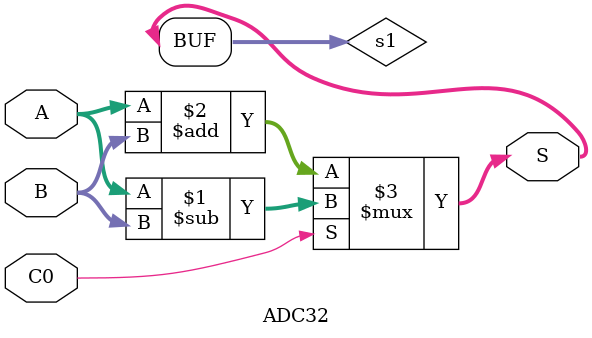
<source format=v>
`timescale 1ns / 1ps
module ADC32(input [31:0] A, 			//´ø½øÎ»µÄ32Î»¼Ó¼õÆ÷£¬¿¼ÂÇÎÞ·ûºÅÊý¼æÈÝ¡£ÔÚÉè¼ÆALUµÄsltÖ¸ÁîÉÏÓÐÇø±ð
				 input [31:0] B, 
				 input C0,		//×îµÍ½øÎ»ÊäÈë
				 output [32:0]S
				  );
				  
	wire [32:0]s1;
	assign s1 = (C0 ? A - B : A + B);
	assign S = s1;

endmodule

</source>
